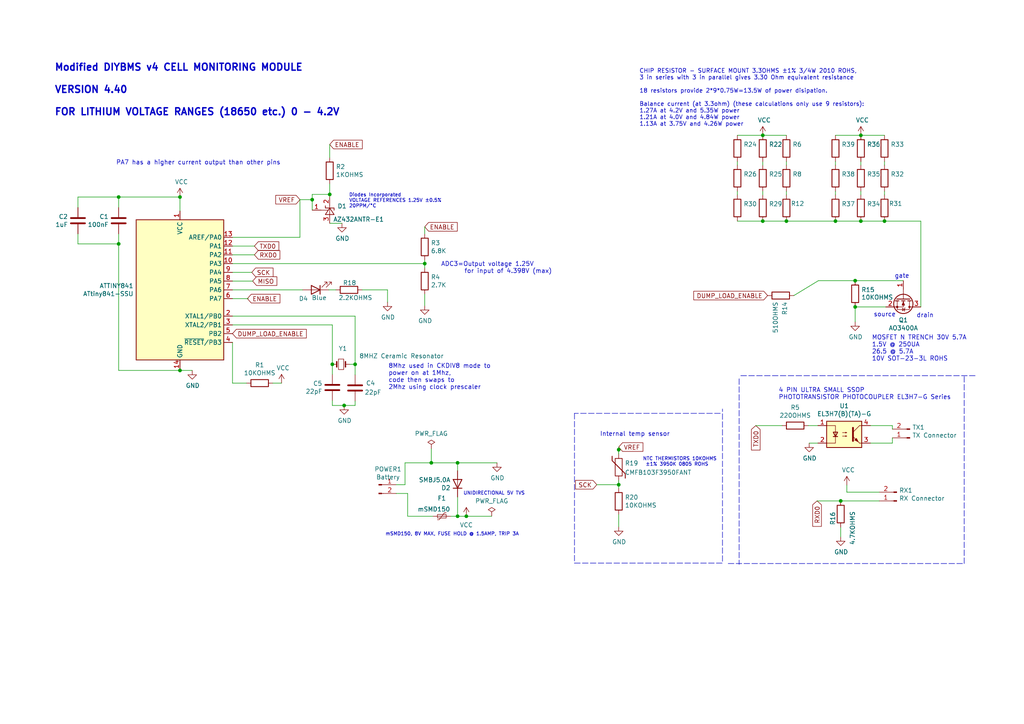
<source format=kicad_sch>
(kicad_sch (version 20211123) (generator eeschema)
  (paper "A4")
  (title_block (title "modified DIYBMS cell monitoring module") (date "2021-04-13") (company "VIP Aquabots"))
  (lib_symbols
    (symbol "Connector:Conn_01x02_Male" (pin_names (offset 1.016) hide)
      (property "Reference" "J" (at 0 2.54 0))
      (property "Value" "Conn_01x02_Male" (at 0 -5.08 0))
      (symbol "Conn_01x02_Male_1_1"
        (polyline (pts (xy 1.27 -2.54) (xy 0.8636 -2.54)) (stroke (width 0.1524)))
        (polyline (pts (xy 1.27 0) (xy 0.8636 0)) (stroke (width 0.1524)))
        (rectangle (start 0.8636 -2.413) (end 0 -2.667) (stroke (width 0.1524)) (fill (type outline)))
        (rectangle (start 0.8636 0.127) (end 0 -0.127) (stroke (width 0.1524)) (fill (type outline)))
        (pin passive line (at 5.08 0 180) (length 3.81) (name "Pin_1") (number "1"))
        (pin passive line (at 5.08 -2.54 180) (length 3.81) (name "Pin_2") (number "2"))
      )
    )
    (symbol "Device:C" (pin_numbers hide) (pin_names (offset 0.254))
      (property "Reference" "C" (at 0.635 2.54 0))
      (property "Value" "C" (at 0.635 -2.54 0))
      (symbol "C_0_1"
        (polyline (pts (xy -2.032 -0.762) (xy 2.032 -0.762)) (stroke (width 0.508)))
        (polyline (pts (xy -2.032 0.762) (xy 2.032 0.762)) (stroke (width 0.508)))
      )
      (symbol "C_1_1"
        (pin passive line (at 0 3.81 270) (length 2.794) (name "~") (number "1"))
        (pin passive line (at 0 -3.81 90) (length 2.794) (name "~") (number "2"))
      )
    )
    (symbol "Device:Crystal_Small" (pin_numbers hide) (pin_names (offset 1.016) hide)
      (property "Reference" "Y" (at 0 2.54 0))
      (property "Value" "Crystal_Small" (at 0 -2.54 0))
      (symbol "Crystal_Small_0_1"
        (rectangle (start -0.762 -1.524) (end 0.762 1.524))
        (polyline (pts (xy -1.27 -0.762) (xy -1.27 0.762)) (stroke (width 0.381)))
        (polyline (pts (xy 1.27 -0.762) (xy 1.27 0.762)) (stroke (width 0.381)))
      )
      (symbol "Crystal_Small_1_1"
        (pin passive line (at -2.54 0 0) (length 1.27) (name "1") (number "1"))
        (pin passive line (at 2.54 0 180) (length 1.27) (name "2") (number "2"))
      )
    )
    (symbol "Device:D" (pin_numbers hide) (pin_names (offset 1.016) hide)
      (property "Reference" "D" (at 0 2.54 0))
      (property "Value" "D" (at 0 -2.54 0))
      (symbol "D_0_1"
        (polyline (pts (xy -1.27 1.27) (xy -1.27 -1.27)) (stroke (width 0.254)))
        (polyline (pts (xy 1.27 0) (xy -1.27 0)))
        (polyline (pts (xy 1.27 1.27) (xy 1.27 -1.27) (xy -1.27 0) (xy 1.27 1.27)) (stroke (width 0.254)))
      )
      (symbol "D_1_1"
        (pin passive line (at -3.81 0 0) (length 2.54) (name "K") (number "1"))
        (pin passive line (at 3.81 0 180) (length 2.54) (name "A") (number "2"))
      )
    )
    (symbol "Device:LED" (pin_numbers hide) (pin_names (offset 1.016) hide)
      (property "Reference" "D" (at 0 2.54 0))
      (property "Value" "LED" (at 0 -2.54 0))
      (symbol "LED_0_1"
        (polyline (pts (xy -1.27 -1.27) (xy -1.27 1.27)) (stroke (width 0.254)))
        (polyline (pts (xy -1.27 0) (xy 1.27 0)))
        (polyline (pts (xy 1.27 -1.27) (xy 1.27 1.27) (xy -1.27 0) (xy 1.27 -1.27)) (stroke (width 0.254)))
        (polyline (pts (xy -3.048 -0.762) (xy -4.572 -2.286) (xy -3.81 -2.286) (xy -4.572 -2.286) (xy -4.572 -1.524)))
        (polyline (pts (xy -1.778 -0.762) (xy -3.302 -2.286) (xy -2.54 -2.286) (xy -3.302 -2.286) (xy -3.302 -1.524)))
      )
      (symbol "LED_1_1"
        (pin passive line (at -3.81 0 0) (length 2.54) (name "K") (number "1"))
        (pin passive line (at 3.81 0 180) (length 2.54) (name "A") (number "2"))
      )
    )
    (symbol "Device:Polyfuse_Small" (pin_numbers hide) (pin_names (offset 0))
      (property "Reference" "F" (at -1.905 0 90))
      (property "Value" "Polyfuse_Small" (at 1.905 0 90))
      (symbol "Polyfuse_Small_0_1"
        (rectangle (start -0.508 1.27) (end 0.508 -1.27))
        (polyline (pts (xy 0 2.54) (xy 0 -2.54)))
        (polyline (pts (xy -1.016 1.27) (xy -1.016 0.762) (xy 1.016 -0.762) (xy 1.016 -1.27)))
      )
      (symbol "Polyfuse_Small_1_1"
        (pin passive line (at 0 2.54 270) (length 0.635) (name "~") (number "1"))
        (pin passive line (at 0 -2.54 90) (length 0.635) (name "~") (number "2"))
      )
    )
    (symbol "Device:Q_NMOS_GSD" (pin_names (offset 0) hide)
      (property "Reference" "Q" (at 5.08 1.27 0))
      (property "Value" "Q_NMOS_GSD" (at 5.08 -1.27 0))
      (symbol "Q_NMOS_GSD_0_1"
        (polyline (pts (xy 0.254 0) (xy -2.54 0)))
        (polyline (pts (xy 0.254 1.905) (xy 0.254 -1.905)) (stroke (width 0.254)))
        (polyline (pts (xy 0.762 -1.27) (xy 0.762 -2.286)) (stroke (width 0.254)))
        (polyline (pts (xy 0.762 0.508) (xy 0.762 -0.508)) (stroke (width 0.254)))
        (polyline (pts (xy 0.762 2.286) (xy 0.762 1.27)) (stroke (width 0.254)))
        (polyline (pts (xy 2.54 2.54) (xy 2.54 1.778)))
        (polyline (pts (xy 2.54 -2.54) (xy 2.54 0) (xy 0.762 0)))
        (polyline (pts (xy 0.762 -1.778) (xy 3.302 -1.778) (xy 3.302 1.778) (xy 0.762 1.778)))
        (polyline (pts (xy 1.016 0) (xy 2.032 0.381) (xy 2.032 -0.381) (xy 1.016 0)) (fill (type outline)))
        (polyline (pts (xy 2.794 0.508) (xy 2.921 0.381) (xy 3.683 0.381) (xy 3.81 0.254)))
        (polyline (pts (xy 3.302 0.381) (xy 2.921 -0.254) (xy 3.683 -0.254) (xy 3.302 0.381)))
        (circle (center 1.651 0) (radius 2.794) (stroke (width 0.254)))
        (circle (center 2.54 -1.778) (radius 0.254) (fill (type outline)))
        (circle (center 2.54 1.778) (radius 0.254) (fill (type outline)))
      )
      (symbol "Q_NMOS_GSD_1_1"
        (pin input line (at -5.08 0 0) (length 2.54) (name "G") (number "1"))
        (pin passive line (at 2.54 -5.08 90) (length 2.54) (name "S") (number "2"))
        (pin passive line (at 2.54 5.08 270) (length 2.54) (name "D") (number "3"))
      )
    )
    (symbol "Device:R" (pin_numbers hide) (pin_names (offset 0))
      (property "Reference" "R" (at 2.032 0 90))
      (property "Value" "R" (at 0 0 90))
      (symbol "R_0_1"
        (rectangle (start -1.016 -2.54) (end 1.016 2.54) (stroke (width 0.254)))
      )
      (symbol "R_1_1"
        (pin passive line (at 0 3.81 270) (length 1.27) (name "~") (number "1"))
        (pin passive line (at 0 -3.81 90) (length 1.27) (name "~") (number "2"))
      )
    )
    (symbol "Device:Thermistor" (pin_numbers hide) (pin_names (offset 0))
      (property "Reference" "TH" (at 2.54 1.27 90))
      (property "Value" "Thermistor" (at -2.54 0 90))
      (symbol "Thermistor_0_1"
        (rectangle (start -1.016 2.54) (end 1.016 -2.54) (stroke (width 0.2032)))
        (polyline (pts (xy -1.905 3.175) (xy -1.905 1.905) (xy 1.905 -1.905) (xy 1.905 -3.175) (xy 1.905 -3.175)) (stroke (width 0.254)))
      )
      (symbol "Thermistor_1_1"
        (pin passive line (at 0 5.08 270) (length 2.54) (name "~") (number "1"))
        (pin passive line (at 0 -5.08 90) (length 2.54) (name "~") (number "2"))
      )
    )
    (symbol "Isolator:PC817" (pin_names (offset 1.016))
      (property "Reference" "U" (at -5.08 5.08 0))
      (property "Value" "PC817" (at 0 5.08 0))
      (symbol "PC817_0_1"
        (rectangle (start -5.08 3.81) (end 5.08 -3.81) (stroke (width 0.254)) (fill (type background)))
        (polyline (pts (xy -3.175 -0.635) (xy -1.905 -0.635)) (stroke (width 0.254)))
        (polyline (pts (xy 2.54 0.635) (xy 4.445 2.54)))
        (polyline (pts (xy 4.445 -2.54) (xy 2.54 -0.635)) (fill (type outline)))
        (polyline (pts (xy 4.445 -2.54) (xy 5.08 -2.54)))
        (polyline (pts (xy 4.445 2.54) (xy 5.08 2.54)))
        (polyline (pts (xy -5.08 2.54) (xy -2.54 2.54) (xy -2.54 -0.635)))
        (polyline (pts (xy -2.54 -0.635) (xy -2.54 -2.54) (xy -5.08 -2.54)))
        (polyline (pts (xy 2.54 1.905) (xy 2.54 -1.905) (xy 2.54 -1.905)) (stroke (width 0.508)))
        (polyline (pts (xy -2.54 -0.635) (xy -3.175 0.635) (xy -1.905 0.635) (xy -2.54 -0.635)) (stroke (width 0.254)))
        (polyline (pts (xy -0.508 -0.508) (xy 0.762 -0.508) (xy 0.381 -0.635) (xy 0.381 -0.381) (xy 0.762 -0.508)))
        (polyline (pts (xy -0.508 0.508) (xy 0.762 0.508) (xy 0.381 0.381) (xy 0.381 0.635) (xy 0.762 0.508)))
        (polyline (pts (xy 3.048 -1.651) (xy 3.556 -1.143) (xy 4.064 -2.159) (xy 3.048 -1.651) (xy 3.048 -1.651)) (fill (type outline)))
      )
      (symbol "PC817_1_1"
        (pin passive line (at -7.62 2.54 0) (length 2.54) (name "~") (number "1"))
        (pin passive line (at -7.62 -2.54 0) (length 2.54) (name "~") (number "2"))
        (pin passive line (at 7.62 -2.54 180) (length 2.54) (name "~") (number "3"))
        (pin passive line (at 7.62 2.54 180) (length 2.54) (name "~") (number "4"))
      )
    )
    (symbol "MCU_Microchip_ATtiny:ATtiny841-SSU"
      (property "Reference" "U" (at -12.7 21.59 0))
      (property "Value" "MCU_Microchip_ATtiny_ATtiny841-SSU" (at 2.54 -21.59 0))
      (symbol "ATtiny841-SSU_0_1"
        (rectangle (start -12.7 -20.32) (end 12.7 20.32) (stroke (width 0.254)) (fill (type background)))
      )
      (symbol "ATtiny841-SSU_1_1"
        (pin power_in line (at 0 22.86 270) (length 2.54) (name "VCC") (number "1"))
        (pin bidirectional line (at 15.24 7.62 180) (length 2.54) (name "PA3") (number "10"))
        (pin bidirectional line (at 15.24 10.16 180) (length 2.54) (name "PA2") (number "11"))
        (pin bidirectional line (at 15.24 12.7 180) (length 2.54) (name "PA1") (number "12"))
        (pin bidirectional line (at 15.24 15.24 180) (length 2.54) (name "AREF/PA0") (number "13"))
        (pin power_in line (at 0 -22.86 90) (length 2.54) (name "GND") (number "14"))
        (pin bidirectional line (at 15.24 -7.62 180) (length 2.54) (name "XTAL1/PB0") (number "2"))
        (pin bidirectional line (at 15.24 -10.16 180) (length 2.54) (name "XTAL2/PB1") (number "3"))
        (pin bidirectional line (at 15.24 -15.24 180) (length 2.54) (name "~{RESET}/PB3") (number "4"))
        (pin bidirectional line (at 15.24 -12.7 180) (length 2.54) (name "PB2") (number "5"))
        (pin bidirectional line (at 15.24 -2.54 180) (length 2.54) (name "PA7") (number "6"))
        (pin bidirectional line (at 15.24 0 180) (length 2.54) (name "PA6") (number "7"))
        (pin bidirectional line (at 15.24 2.54 180) (length 2.54) (name "PA5") (number "8"))
        (pin bidirectional line (at 15.24 5.08 180) (length 2.54) (name "PA4") (number "9"))
      )
    )
    (symbol "Reference_Voltage:LM385Z-ADJ" (pin_names (offset 0.0254) hide)
      (property "Reference" "U" (at 1.905 3.81 0))
      (property "Value" "LM385Z-ADJ" (at 0 -3.175 0))
      (symbol "LM385Z-ADJ_0_1"
        (polyline (pts (xy 0 2.54) (xy 0 0.381)))
        (polyline (pts (xy -1.27 0) (xy 0 0) (xy 1.27 0)))
        (polyline (pts (xy -1.27 -1.27) (xy 0.635 0) (xy -1.27 1.27) (xy -1.27 -1.27)) (stroke (width 0.2032)))
        (polyline (pts (xy 0 -1.27) (xy 0.635 -1.27) (xy 0.635 1.27) (xy 1.27 1.27)) (stroke (width 0.2032)))
      )
      (symbol "LM385Z-ADJ_1_1"
        (pin input line (at 0 5.08 270) (length 2.54) (name "FB") (number "1"))
        (pin passive line (at 3.81 0 180) (length 2.54) (name "K") (number "2"))
        (pin passive line (at -3.81 0 0) (length 2.54) (name "A") (number "3"))
      )
    )
    (symbol "power:GND" (power) (pin_names (offset 0))
      (property "Value" "GND" (at 0 -3.81 0))
      (symbol "GND_0_1"
        (polyline (pts (xy 0 0) (xy 0 -1.27) (xy 1.27 -1.27) (xy 0 -2.54) (xy -1.27 -1.27) (xy 0 -1.27)))
      )
      (symbol "GND_1_1"
        (pin power_in line (at 0 0 270) (length 0) hide (name "GND") (number "1"))
      )
    )
    (symbol "power:PWR_FLAG" (power) (pin_numbers hide) (pin_names (offset 0) hide)
      (property "Value" "PWR_FLAG" (at 0 3.81 0))
      (symbol "PWR_FLAG_0_0"
        (pin power_out line (at 0 0 90) (length 0) (name "pwr") (number "1"))
      )
      (symbol "PWR_FLAG_0_1"
        (polyline (pts (xy 0 0) (xy 0 1.27) (xy -1.016 1.905) (xy 0 2.54) (xy 1.016 1.905) (xy 0 1.27)))
      )
    )
    (symbol "power:VCC" (power) (pin_names (offset 0))
      (property "Value" "VCC" (at 0 3.81 0))
      (symbol "VCC_0_1"
        (polyline (pts (xy -0.762 1.27) (xy 0 2.54)))
        (polyline (pts (xy 0 0) (xy 0 2.54)))
        (polyline (pts (xy 0 2.54) (xy 0.762 1.27)))
      )
      (symbol "VCC_1_1"
        (pin power_in line (at 0 0 90) (length 0) hide (name "VCC") (number "1"))
      )
    )
  )
  (junction (at 95.631 56.388))
  (junction (at 135.255 149.733))
  (junction (at 221.234 39.243))
  (junction (at 249.682 64.135))
  (junction (at 99.822 117.602))
  (junction (at 52.197 57.15))
  (junction (at 34.417 57.15))
  (junction (at 228.092 64.135))
  (junction (at 242.316 64.135))
  (junction (at 179.451 140.589))
  (junction (at 249.682 39.243))
  (junction (at 90.551 57.912))
  (junction (at 179.451 130.429))
  (junction (at 102.997 105.664))
  (junction (at 256.54 64.135))
  (junction (at 125.095 134.239))
  (junction (at 221.234 64.135))
  (junction (at 243.84 145.288))
  (junction (at 248.031 81.407))
  (junction (at 34.417 70.739))
  (junction (at 52.197 107.442))
  (junction (at 132.715 134.239))
  (junction (at 96.393 105.664))
  (junction (at 132.715 149.733))
  (junction (at 248.031 89.027))
  (junction (at 123.19 76.454))
  (wire (pts (xy 243.84 145.288) (xy 255.016 145.288)))
  (wire (pts (xy 67.437 76.454) (xy 123.19 76.454)))
  (wire (pts (xy 123.19 88.646) (xy 123.19 85.344)))
  (wire (pts (xy 132.715 144.145) (xy 132.715 149.733)))
  (wire (pts (xy 101.473 105.664) (xy 102.997 105.664)))
  (wire (pts (xy 67.437 81.534) (xy 73.279 81.534)))
  (polyline (pts (xy 282.829 108.966) (xy 214.376 108.966)))
  (wire (pts (xy 114.935 143.129) (xy 118.237 143.129)))
  (wire (pts (xy 234.442 123.444) (xy 237.236 123.444)))
  (polyline (pts (xy 279.654 163.449) (xy 279.654 108.712)))
  (polyline (pts (xy 211.201 163.449) (xy 279.654 163.449)))
  (wire (pts (xy 117.475 134.239) (xy 125.095 134.239)))
  (wire (pts (xy 242.316 56.515) (xy 242.316 55.499)))
  (wire (pts (xy 237.363 81.407) (xy 248.031 81.407)))
  (wire (pts (xy 256.54 64.135) (xy 249.682 64.135)))
  (wire (pts (xy 67.437 94.234) (xy 96.393 94.234)))
  (wire (pts (xy 118.237 143.129) (xy 118.237 149.733)))
  (wire (pts (xy 258.826 128.524) (xy 258.826 127)))
  (wire (pts (xy 67.437 78.994) (xy 73.025 78.994)))
  (wire (pts (xy 87.757 84.074) (xy 67.437 84.074)))
  (wire (pts (xy 96.393 117.602) (xy 99.822 117.602)))
  (wire (pts (xy 95.631 41.91) (xy 95.631 45.72)))
  (wire (pts (xy 132.715 136.525) (xy 132.715 134.239)))
  (wire (pts (xy 22.606 70.739) (xy 34.417 70.739)))
  (wire (pts (xy 90.551 57.912) (xy 86.995 57.912)))
  (wire (pts (xy 55.753 107.442) (xy 52.197 107.442)))
  (wire (pts (xy 179.451 131.699) (xy 179.451 130.429)))
  (wire (pts (xy 102.997 105.664) (xy 102.997 108.712)))
  (wire (pts (xy 117.475 134.239) (xy 117.475 140.589)))
  (wire (pts (xy 95.631 57.15) (xy 95.631 56.388)))
  (wire (pts (xy 252.476 128.524) (xy 258.826 128.524)))
  (wire (pts (xy 213.868 46.863) (xy 213.868 47.879)))
  (wire (pts (xy 52.197 57.15) (xy 52.197 61.214)))
  (wire (pts (xy 130.683 149.733) (xy 132.715 149.733)))
  (wire (pts (xy 67.437 68.834) (xy 86.995 68.834)))
  (wire (pts (xy 249.682 39.243) (xy 256.54 39.243)))
  (wire (pts (xy 132.715 134.239) (xy 144.145 134.239)))
  (wire (pts (xy 245.618 142.748) (xy 245.618 140.716)))
  (wire (pts (xy 67.437 71.374) (xy 73.787 71.374)))
  (wire (pts (xy 95.631 56.388) (xy 95.631 53.34)))
  (wire (pts (xy 221.234 46.863) (xy 221.234 47.879)))
  (wire (pts (xy 249.682 46.863) (xy 249.682 47.879)))
  (wire (pts (xy 245.618 142.748) (xy 255.016 142.748)))
  (wire (pts (xy 79.121 111.125) (xy 81.661 111.125)))
  (wire (pts (xy 90.551 57.912) (xy 90.551 56.388)))
  (wire (pts (xy 249.682 56.515) (xy 249.682 55.499)))
  (wire (pts (xy 221.234 39.243) (xy 213.868 39.243)))
  (wire (pts (xy 102.997 116.332) (xy 102.997 117.602)))
  (wire (pts (xy 105.029 84.074) (xy 112.395 84.074)))
  (wire (pts (xy 249.682 39.243) (xy 242.316 39.243)))
  (wire (pts (xy 123.19 67.818) (xy 123.19 65.786)))
  (wire (pts (xy 256.54 56.515) (xy 256.54 55.499)))
  (wire (pts (xy 179.451 152.781) (xy 179.451 149.225)))
  (wire (pts (xy 123.19 77.724) (xy 123.19 76.454)))
  (wire (pts (xy 95.631 64.77) (xy 99.187 64.77)))
  (wire (pts (xy 243.84 152.908) (xy 243.84 155.702)))
  (wire (pts (xy 112.395 84.074) (xy 112.395 87.63)))
  (wire (pts (xy 132.715 134.239) (xy 125.095 134.239)))
  (wire (pts (xy 67.437 73.914) (xy 73.787 73.914)))
  (wire (pts (xy 179.451 140.589) (xy 179.451 141.605)))
  (wire (pts (xy 179.451 130.429) (xy 179.451 129.667)))
  (wire (pts (xy 179.451 139.319) (xy 179.451 140.589)))
  (wire (pts (xy 71.501 111.125) (xy 67.437 111.125)))
  (polyline (pts (xy 208.915 119.888) (xy 166.624 119.888)))
  (wire (pts (xy 236.982 145.288) (xy 243.84 145.288)))
  (wire (pts (xy 213.868 56.515) (xy 213.868 55.499)))
  (wire (pts (xy 114.935 140.589) (xy 117.475 140.589)))
  (wire (pts (xy 67.437 91.694) (xy 102.997 91.694)))
  (wire (pts (xy 34.417 67.818) (xy 34.417 70.739)))
  (wire (pts (xy 179.451 140.589) (xy 173.101 140.589)))
  (wire (pts (xy 267.081 64.135) (xy 267.081 89.027)))
  (wire (pts (xy 228.092 64.135) (xy 242.316 64.135)))
  (wire (pts (xy 132.715 149.733) (xy 135.255 149.733)))
  (polyline (pts (xy 166.624 119.888) (xy 166.624 163.322)))
  (wire (pts (xy 248.031 89.027) (xy 248.031 93.345)))
  (wire (pts (xy 258.826 123.444) (xy 258.826 124.46)))
  (wire (pts (xy 228.092 39.243) (xy 221.234 39.243)))
  (wire (pts (xy 237.363 81.407) (xy 230.251 85.725)))
  (wire (pts (xy 135.255 149.733) (xy 142.621 149.733)))
  (wire (pts (xy 226.822 123.444) (xy 219.202 123.444)))
  (wire (pts (xy 256.54 47.879) (xy 256.54 46.863)))
  (wire (pts (xy 95.377 84.074) (xy 97.409 84.074)))
  (polyline (pts (xy 214.376 109.855) (xy 214.376 163.703)))
  (wire (pts (xy 102.997 91.694) (xy 102.997 105.664)))
  (wire (pts (xy 242.316 64.135) (xy 249.682 64.135)))
  (wire (pts (xy 228.092 56.515) (xy 228.092 55.499)))
  (wire (pts (xy 86.995 57.912) (xy 86.995 68.834)))
  (wire (pts (xy 34.417 70.739) (xy 34.417 107.442)))
  (wire (pts (xy 96.393 105.664) (xy 96.393 108.585)))
  (wire (pts (xy 96.393 117.602) (xy 96.393 116.205)))
  (wire (pts (xy 67.437 86.614) (xy 72.009 86.614)))
  (wire (pts (xy 221.234 56.515) (xy 221.234 55.499)))
  (wire (pts (xy 52.197 57.15) (xy 34.417 57.15)))
  (polyline (pts (xy 166.624 163.322) (xy 209.677 163.322)))
  (wire (pts (xy 234.696 128.524) (xy 237.236 128.524)))
  (wire (pts (xy 22.606 60.198) (xy 22.606 57.15)))
  (wire (pts (xy 52.197 106.934) (xy 52.197 107.442)))
  (wire (pts (xy 90.551 56.388) (xy 95.631 56.388)))
  (wire (pts (xy 99.822 117.602) (xy 102.997 117.602)))
  (wire (pts (xy 125.095 134.239) (xy 125.095 130.175)))
  (wire (pts (xy 221.234 64.135) (xy 213.868 64.135)))
  (wire (pts (xy 34.417 57.15) (xy 34.417 60.198)))
  (wire (pts (xy 90.551 60.96) (xy 90.551 57.912)))
  (wire (pts (xy 22.606 57.15) (xy 34.417 57.15)))
  (wire (pts (xy 228.092 46.863) (xy 228.092 47.879)))
  (wire (pts (xy 252.476 123.444) (xy 258.826 123.444)))
  (wire (pts (xy 256.54 64.135) (xy 267.081 64.135)))
  (wire (pts (xy 22.606 67.818) (xy 22.606 70.739)))
  (wire (pts (xy 96.393 94.234) (xy 96.393 105.664)))
  (polyline (pts (xy 209.55 162.814) (xy 209.55 118.618)))
  (wire (pts (xy 118.237 149.733) (xy 125.603 149.733)))
  (wire (pts (xy 67.437 99.314) (xy 67.437 111.125)))
  (wire (pts (xy 256.921 89.027) (xy 248.031 89.027)))
  (wire (pts (xy 242.316 46.863) (xy 242.316 47.879)))
  (wire (pts (xy 221.234 64.135) (xy 228.092 64.135)))
  (wire (pts (xy 123.19 76.454) (xy 123.19 75.438)))
  (wire (pts (xy 262.001 81.407) (xy 248.031 81.407)))
  (wire (pts (xy 34.417 107.442) (xy 52.197 107.442)))
  (text "UNIDIRECTIONAL 5V TVS " (at 134.366 143.764 0) (effects (font (size 0.9906 0.9906)) (justify left bottom)))
  (text "Internal temp sensor" (at 173.99 126.746 0) (effects (font (size 1.27 1.27)) (justify left bottom)))
  (text "CHIP RESISTOR - SURFACE MOUNT 3.3OHMS ±1% 3/4W 2010 ROHS, \n3 in series with 3 in parallel gives 3.30 Ohm equivalent resistance\n\n18 resistors provide 2*9*0.75W=13.5W of power disipation.\n\nBalance current (at 3.3ohm) (these calculations only use 9 resistors):\n1.27A at 4.2V and 5.35W power\n1.21A at 4.0V and 4.84W power\n1.13A at 3.75V and 4.26W power\n\n\n" (at 185.42 40.64 0) (effects (font (size 1.1938 1.1938)) (justify left bottom)))
  (text "mSMD150, 8V MAX, FUSE HOLD @ 1.5AMP, TRIP 3A" (at 111.76 155.575 0) (effects (font (size 0.9906 0.9906)) (justify left bottom)))
  (text "Diodes Incorporated\nVOLTAGE REFERENCES 1.25V ±0.5% \n20PPM/°C" (at 101.219 60.452 0) (effects (font (size 0.9906 0.9906)) (justify left bottom)))
  (text "8Mhz used in CKDIV8 mode to \npower on at 1Mhz,\ncode then swaps to \n2Mhz using clock prescaler" (at 112.649 113.157 0) (effects (font (size 1.27 1.27)) (justify left bottom)))
  (text "NTC THERMISTORS 10KOHMS\n ±1% 3950K 0805 ROHS" (at 186.436 135.382 0) (effects (font (size 0.9906 0.9906)) (justify left bottom)))
  (text "ADC3=Output voltage 1.25V \n       for input of 4.398V (max)" (at 127.889 79.502 0) (effects (font (size 1.27 1.27)) (justify left bottom)))
  (text "gate" (at 259.461 80.899 0) (effects (font (size 1.27 1.27)) (justify left bottom)))
  (text "Modified DIYBMS v4 CELL MONITORING MODULE\n\nVERSION 4.40\n\nFOR LITHIUM VOLTAGE RANGES (18650 etc.) 0 - 4.2V" (at 15.748 33.782 0) (effects (font (size 2.0066 2.0066) (thickness 0.4013) bold) (justify left bottom)))
  (text "PA7 has a higher current output than other pins" (at 33.655 48.006 0) (effects (font (size 1.27 1.27)) (justify left bottom)))
  (text "source" (at 253.365 92.075 0) (effects (font (size 1.27 1.27)) (justify left bottom)))
  (text "4 PIN ULTRA SMALL SSOP\nPHOTOTRANSISTOR PHOTOCOUPLER EL3H7-G Series\n" (at 225.806 116.078 0) (effects (font (size 1.27 1.27)) (justify left bottom)))
  (text "MOSFET N TRENCH 30V 5.7A \n1.5V @ 250UA \n26.5 @ 5.7A\n10V SOT-23-3L ROHS" (at 252.857 104.902 0) (effects (font (size 1.27 1.27)) (justify left bottom)))
  (text "drain" (at 265.811 92.329 0) (effects (font (size 1.27 1.27)) (justify left bottom)))
  (global_label "ENABLE" (shape input) (at 71.755 86.614 0) (property "Intersheet References" "${INTERSHEET_REFS}" (effects hide)))
  (global_label "SCK" (shape input) (at 173.101 140.589 180) (property "Intersheet References" "${INTERSHEET_REFS}" (effects hide)))
  (global_label "RXD0" (shape input) (at 73.787 73.914 0) (property "Intersheet References" "${INTERSHEET_REFS}" (effects hide)))
  (global_label "DUMP_LOAD_ENABLE" (shape input) (at 67.437 96.774 0) (property "Intersheet References" "${INTERSHEET_REFS}" (effects hide)))
  (global_label "SCK" (shape input) (at 73.025 78.994 0) (property "Intersheet References" "${INTERSHEET_REFS}" (effects hide)))
  (global_label "MISO" (shape input) (at 73.279 81.534 0) (property "Intersheet References" "${INTERSHEET_REFS}" (effects hide)))
  (global_label "VREF" (shape input) (at 86.995 57.912 180) (property "Intersheet References" "${INTERSHEET_REFS}" (effects hide)))
  (global_label "TXD0" (shape input) (at 73.787 71.374 0) (property "Intersheet References" "${INTERSHEET_REFS}" (effects hide)))
  (global_label "ENABLE" (shape input) (at 95.631 41.91 0) (property "Intersheet References" "${INTERSHEET_REFS}" (effects hide)))
  (global_label "ENABLE" (shape input) (at 123.19 65.786 0) (property "Intersheet References" "${INTERSHEET_REFS}" (effects hide)))
  (global_label "VREF" (shape input) (at 179.451 129.667 0) (property "Intersheet References" "${INTERSHEET_REFS}" (effects hide)))
  (global_label "RXD0" (shape input) (at 236.982 145.288 270) (property "Intersheet References" "${INTERSHEET_REFS}" (effects hide)))
  (global_label "DUMP_LOAD_ENABLE" (shape input) (at 222.631 85.725 180) (property "Intersheet References" "${INTERSHEET_REFS}" (effects hide)))
  (global_label "TXD0" (shape input) (at 219.202 123.444 270) (property "Intersheet References" "${INTERSHEET_REFS}" (effects hide)))
  (symbol (lib_id "MCU_Microchip_ATtiny:ATtiny841-SSU") (at 52.197 84.074 0) (unit 1)
    (property "Reference" "ATTINY841" (at 38.735 82.9056 0) (effects (justify right)))
    (property "Value" "ATtiny841-SSU" (at 38.735 85.217 0) (effects (justify right)))
    (property "Footprint" "Package_SO:SOIC-14_3.9x8.7mm_P1.27mm" (effects hide))
    (property "Datasheet" "http://ww1.microchip.com/downloads/en/DeviceDoc/Atmel-8495-8-bit-AVR-Microcontrollers-ATtiny441-ATtiny841_Datasheet.pdf" (effects hide))
    (property "LCSCStockCode" "C219103" (effects hide))
  )
  (symbol (lib_id "Isolator:PC817") (at 244.856 125.984 0) (unit 1)
    (property "Reference" "U1" (at 244.856 117.729 0))
    (property "Value" "EL3H7(B)(TA)-G" (at 244.856 120.0404 0))
    (property "Footprint" "Package_SO:SOP-4_4.4x2.6mm_P1.27mm" (effects hide))
    (property "Datasheet" "https://datasheet.lcsc.com/szlcsc/Everlight-Elec-EL3H7-B-TA-G_C32565.pdf" (effects hide))
    (property "LCSCStockCode" "C32565" (effects hide))
    (property "PartNumber" "EL3H7(B)(TA)-G" (effects hide))
    (property "JLCPCBRotation" "90" (effects hide))
  )
  (symbol (lib_id "Connector:Conn_01x02_Male") (at 263.906 127 180) (unit 1)
    (property "Reference" "TX1" (at 264.5918 123.952 0) (effects (justify right)))
    (property "Value" "TX Connector" (at 264.5918 126.2634 0) (effects (justify right)))
    (property "Footprint" "Connector_JST:JST_PH_S2B-PH-K_1x02_P2.00mm_Horizontal" (effects hide))
    (property "Datasheet" "https://datasheet.lcsc.com/szlcsc/JST-Sales-America-S2B-PH-K-S-LF-SN_C173752.pdf" (effects hide))
    (property "LCSCStockCode" "C265016" (effects hide))
    (property "PartNumber" "S2B-PH-K(LF)(SN)" (effects hide))
  )
  (symbol (lib_id "Device:R") (at 230.632 123.444 270) (unit 1)
    (property "Reference" "R5" (at 230.632 118.1862 90))
    (property "Value" "220OHMS" (at 230.632 120.4976 90))
    (property "Footprint" "Resistor_SMD:R_0805_2012Metric" (effects hide))
    (property "LCSCStockCode" "C17557" (effects hide))
    (property "PartNumber" "0805W8F2200T5E" (effects hide))
  )
  (symbol (lib_id "power:GND") (at 234.696 128.524 0) (unit 1)
    (property "Reference" "#PWR0109" (effects hide))
    (property "Value" "GND" (at 234.823 132.9182 0))
  )
  (symbol (lib_id "Device:R") (at 228.092 43.053 0) (unit 1)
    (property "Reference" "R6" (at 229.87 41.8846 0) (effects (justify left)))
    (property "Value" "3.3OHM 3/4W" (effects hide))
    (property "Footprint" "Resistor_SMD:R_2010_5025Metric" (effects hide))
    (property "LCSCStockCode" "C270971" (effects hide))
    (property "PartNumber" "201007F330KT4E" (effects hide))
  )
  (symbol (lib_id "Device:R") (at 228.092 51.689 0) (unit 1)
    (property "Reference" "R8" (at 229.87 50.5206 0) (effects (justify left)))
    (property "Value" "3.3OHM 3/4W" (effects hide))
    (property "Footprint" "Resistor_SMD:R_2010_5025Metric" (effects hide))
    (property "LCSCStockCode" "C270971" (effects hide))
    (property "PartNumber" "201007F330KT4E" (effects hide))
  )
  (symbol (lib_id "Device:R") (at 228.092 60.325 0) (unit 1)
    (property "Reference" "R12" (at 229.362 59.055 0) (effects (justify left)))
    (property "Value" "3.3OHM 3/4W" (effects hide))
    (property "Footprint" "Resistor_SMD:R_2010_5025Metric" (effects hide))
    (property "LCSCStockCode" "C270971" (effects hide))
    (property "PartNumber" "201007F330KT4E" (effects hide))
  )
  (symbol (lib_id "Device:Q_NMOS_GSD") (at 262.001 86.487 270) (unit 1)
    (property "Reference" "Q1" (at 262.001 92.837 90))
    (property "Value" "AO3400A" (at 262.001 95.1484 90))
    (property "Footprint" "Package_TO_SOT_SMD:SOT-23" (effects hide))
    (property "Datasheet" "https://datasheet.lcsc.com/szlcsc/Alpha-Omega-Semicon-AOS-AO3400A_C20917.pdf" (effects hide))
    (property "LCSCStockCode" "C20917" (effects hide))
    (property "PartNumber" "AO3400A" (effects hide))
  )
  (symbol (lib_id "Device:R") (at 248.031 85.217 0) (unit 1)
    (property "Reference" "R15" (at 249.809 84.0486 0) (effects (justify left)))
    (property "Value" "10KOHMS" (at 249.809 86.233 0) (effects (justify left)))
    (property "Footprint" "Resistor_SMD:R_0805_2012Metric" (effects hide))
    (property "LCSCStockCode" "C17414" (effects hide))
    (property "PartNumber" "0805W8F1002T5E" (effects hide))
  )
  (symbol (lib_id "power:GND") (at 248.031 93.345 0) (unit 1)
    (property "Reference" "#PWR0110" (effects hide))
    (property "Value" "GND" (at 248.158 97.7392 0))
  )
  (symbol (lib_id "Device:Thermistor") (at 179.451 135.509 0) (unit 1)
    (property "Reference" "R19" (at 181.229 134.3406 0) (effects (justify left)))
    (property "Value" "CMFB103F3950FANT" (at 181.229 137.033 0) (effects (justify left)))
    (property "Footprint" "Resistor_SMD:R_0805_2012Metric" (effects hide))
    (property "Datasheet" "https://datasheet.lcsc.com/szlcsc/Guangdong-Fenghua-Advanced-Tech-CMFB103F3950FANT_C51597.pdf" (effects hide))
    (property "LCSCStockCode" "C51597" (effects hide))
    (property "PartNumber" "CMFB103F3950FANT" (effects hide))
  )
  (symbol (lib_id "Device:R") (at 179.451 145.415 0) (unit 1)
    (property "Reference" "R20" (at 181.229 144.2466 0) (effects (justify left)))
    (property "Value" "10KOHMS" (at 181.229 146.558 0) (effects (justify left)))
    (property "Footprint" "Resistor_SMD:R_0805_2012Metric" (effects hide))
    (property "LCSCStockCode" "C17414" (effects hide))
    (property "PartNumber" "0805W8F1002T5E" (effects hide))
  )
  (symbol (lib_id "power:GND") (at 179.451 152.781 0) (unit 1)
    (property "Reference" "#PWR0115" (effects hide))
    (property "Value" "GND" (at 179.578 157.1752 0))
  )
  (symbol (lib_id "power:VCC") (at 221.234 39.243 0) (unit 1)
    (property "Reference" "#PWR0111" (effects hide))
    (property "Value" "VCC" (at 221.6658 34.8488 0))
  )
  (symbol (lib_id "Connector:Conn_01x02_Male") (at 260.096 145.288 180) (unit 1)
    (property "Reference" "RX1" (at 260.7818 142.24 0) (effects (justify right)))
    (property "Value" "RX Connector" (at 260.7818 144.5514 0) (effects (justify right)))
    (property "Footprint" "Connector_JST:JST_PH_S2B-PH-K_1x02_P2.00mm_Horizontal" (effects hide))
    (property "Datasheet" "https://datasheet.lcsc.com/szlcsc/JST-Sales-America-S2B-PH-K-S-LF-SN_C173752.pdf" (effects hide))
    (property "LCSCStockCode" "C265016" (effects hide))
    (property "PartNumber" "S2B-PH-K(LF)(SN)" (effects hide))
  )
  (symbol (lib_id "power:VCC") (at 245.618 140.716 0) (unit 1)
    (property "Reference" "#PWR0112" (effects hide))
    (property "Value" "VCC" (at 246.0498 136.3218 0))
  )
  (symbol (lib_id "power:GND") (at 243.84 155.702 0) (unit 1)
    (property "Reference" "#PWR0113" (effects hide))
    (property "Value" "GND" (at 243.967 160.0962 0))
  )
  (symbol (lib_id "Device:R") (at 243.84 149.098 180) (unit 1)
    (property "Reference" "R16" (at 241.554 150.368 90))
    (property "Value" "4.7KOHMS" (at 247.269 153.162 90))
    (property "Footprint" "Resistor_SMD:R_0805_2012Metric" (effects hide))
    (property "LCSCStockCode" "C17673" (effects hide))
    (property "PartNumber" "0805W8F4701T5E" (effects hide))
    (property "JLCPCBRotation" "0" (effects hide))
  )
  (symbol (lib_id "Device:LED") (at 91.567 84.074 180) (unit 1)
    (property "Reference" "D4" (at 88.011 86.614 0))
    (property "Value" "Blue" (at 92.583 86.36 0))
    (property "Footprint" "LED_SMD:LED_0805_2012Metric" (effects hide))
    (property "Datasheet" "https://datasheet.lcsc.com/szlcsc/Hubei-KENTO-Elec-Green-0805-Iv-207-249-mcd-atIF-20mA_C2297.pdf" (effects hide))
    (property "LCSCStockCode" "C2293" (effects hide))
    (property "PartNumber" "Blue LED" (effects hide))
  )
  (symbol (lib_id "Device:R") (at 101.219 84.074 270) (unit 1)
    (property "Reference" "R18" (at 99.441 82.042 90) (effects (justify left)))
    (property "Value" "2.2KOHMS" (at 98.171 86.36 90) (effects (justify left)))
    (property "Footprint" "Resistor_SMD:R_0805_2012Metric" (effects hide))
    (property "LCSCStockCode" "C17520" (effects hide))
    (property "PartNumber" "0805W8F2201T5E" (effects hide))
    (property "JLCPCBRotation" "0" (effects hide))
  )
  (symbol (lib_id "power:GND") (at 112.395 87.63 0) (unit 1)
    (property "Reference" "#PWR0114" (effects hide))
    (property "Value" "GND" (at 112.522 92.0242 0))
  )
  (symbol (lib_id "Device:R") (at 226.441 85.725 270) (unit 1)
    (property "Reference" "R14" (at 227.6094 87.503 0) (effects (justify left)))
    (property "Value" "510OHMS" (at 224.917 87.503 0) (effects (justify left)))
    (property "Footprint" "Resistor_SMD:R_0805_2012Metric" (effects hide))
    (property "LCSCStockCode" "C17734" (effects hide))
    (property "PartNumber" "0805W8F5100T5E" (effects hide))
  )
  (symbol (lib_id "power:VCC") (at 135.255 149.733 0) (unit 1)
    (property "Reference" "#PWR0101" (effects hide))
    (property "Value" "VCC" (at 135.255 152.273 0))
  )
  (symbol (lib_id "power:GND") (at 144.145 134.239 0) (unit 1)
    (property "Reference" "#PWR0102" (effects hide))
    (property "Value" "GND" (at 144.272 138.6332 0))
  )
  (symbol (lib_id "power:PWR_FLAG") (at 125.095 130.175 0) (unit 1)
    (property "Reference" "#FLG0101" (effects hide))
    (property "Value" "PWR_FLAG" (at 125.095 125.7554 0))
  )
  (symbol (lib_id "power:PWR_FLAG") (at 142.621 149.733 0) (unit 1)
    (property "Reference" "#FLG0102" (effects hide))
    (property "Value" "PWR_FLAG" (at 142.621 145.3134 0))
  )
  (symbol (lib_id "Device:C") (at 34.417 64.008 0) (unit 1)
    (property "Reference" "C1" (at 31.5214 62.8396 0) (effects (justify right)))
    (property "Value" "100nF" (at 31.5214 65.151 0) (effects (justify right)))
    (property "Footprint" "Capacitor_SMD:C_0805_2012Metric" (effects hide))
    (property "LCSCStockCode" "C49678" (effects hide))
    (property "PartNumber" "CC0805KRX7R9BB104" (effects hide))
  )
  (symbol (lib_id "Connector:Conn_01x02_Male") (at 109.855 140.589 0) (unit 1)
    (property "Reference" "POWER1" (at 112.5474 136.0678 0))
    (property "Value" "Battery" (at 112.5474 138.3792 0))
    (property "Footprint" "Connector_JST:JST_PH_S2B-PH-K_1x02_P2.00mm_Horizontal" (effects hide))
    (property "Datasheet" "https://datasheet.lcsc.com/szlcsc/JST-Sales-America-S2B-PH-K-S-LF-SN_C173752.pdf" (effects hide))
    (property "LCSCStockCode" "C265016" (effects hide))
    (property "PartNumber" "S2B-PH-K(LF)(SN)" (effects hide))
  )
  (symbol (lib_id "Device:R") (at 75.311 111.125 270) (unit 1)
    (property "Reference" "R1" (at 75.311 105.8672 90))
    (property "Value" "10KOHMS" (at 75.311 108.1786 90))
    (property "Footprint" "Resistor_SMD:R_0805_2012Metric" (effects hide))
    (property "LCSCStockCode" "C17414" (effects hide))
    (property "PartNumber" "0805W8F1002T5E" (effects hide))
  )
  (symbol (lib_id "power:VCC") (at 81.661 111.125 0) (unit 1)
    (property "Reference" "#PWR01" (effects hide))
    (property "Value" "VCC" (at 82.0928 106.7308 0))
  )
  (symbol (lib_id "power:GND") (at 55.753 107.442 0) (unit 1)
    (property "Reference" "#PWR0105" (effects hide))
    (property "Value" "GND" (at 55.88 111.8362 0))
  )
  (symbol (lib_id "power:VCC") (at 52.197 57.15 0) (unit 1)
    (property "Reference" "#PWR0106" (effects hide))
    (property "Value" "VCC" (at 52.6288 52.7558 0))
  )
  (symbol (lib_id "Reference_Voltage:LM385Z-ADJ") (at 95.631 60.96 90) (unit 1)
    (property "Reference" "D1" (at 97.8662 59.7916 90) (effects (justify right)))
    (property "Value" "AZ432ANTR-E1" (at 96.647 63.627 90) (effects (justify right)))
    (property "Footprint" "Package_TO_SOT_SMD:SOT-23" (effects hide))
    (property "Datasheet" "https://datasheet.lcsc.com/szlcsc/Diodes-Incorporated-AZ432ANTR-E1_C84139.pdf" (effects hide))
    (property "LCSCStockCode" "C84139" (effects hide))
    (property "PartNumber" "AZ432ANTR-E1" (effects hide))
  )
  (symbol (lib_id "Device:R") (at 95.631 49.53 0) (unit 1)
    (property "Reference" "R2" (at 97.409 48.3616 0) (effects (justify left)))
    (property "Value" "1KOHMS" (at 97.409 50.673 0) (effects (justify left)))
    (property "Footprint" "Resistor_SMD:R_0805_2012Metric" (effects hide))
    (property "LCSCStockCode" "C17513" (effects hide))
    (property "PartNumber" "0805W8F1001T5E" (effects hide))
  )
  (symbol (lib_id "power:GND") (at 99.187 64.77 0) (unit 1)
    (property "Reference" "#PWR0107" (effects hide))
    (property "Value" "GND" (at 99.314 69.1642 0))
  )
  (symbol (lib_id "Device:R") (at 123.19 71.628 0) (unit 1)
    (property "Reference" "R3" (at 124.968 70.4596 0) (effects (justify left)))
    (property "Value" "6.8K" (at 124.968 72.771 0) (effects (justify left)))
    (property "Footprint" "Resistor_SMD:R_0805_2012Metric" (effects hide))
    (property "LCSCStockCode" "C17772" (effects hide))
    (property "PartNumber" "0805W8F6801T5E" (effects hide))
  )
  (symbol (lib_id "Device:R") (at 123.19 81.534 0) (unit 1)
    (property "Reference" "R4" (at 124.968 80.3656 0) (effects (justify left)))
    (property "Value" "2.7K" (at 124.968 82.677 0) (effects (justify left)))
    (property "Footprint" "Resistor_SMD:R_0805_2012Metric" (effects hide))
    (property "LCSCStockCode" "C17530" (effects hide))
    (property "PartNumber" "0805W8F2701T5E" (effects hide))
  )
  (symbol (lib_id "power:GND") (at 123.19 88.646 0) (unit 1)
    (property "Reference" "#PWR0108" (effects hide))
    (property "Value" "GND" (at 123.317 93.0402 0))
  )
  (symbol (lib_id "Device:R") (at 221.234 43.053 0) (unit 1)
    (property "Reference" "R22" (at 223.012 41.8846 0) (effects (justify left)))
    (property "Value" "3.3OHM 3/4W" (effects hide))
    (property "Footprint" "Resistor_SMD:R_2010_5025Metric" (effects hide))
    (property "LCSCStockCode" "C270971" (effects hide))
    (property "PartNumber" "201007F330KT4E" (effects hide))
  )
  (symbol (lib_id "Device:R") (at 221.234 51.689 0) (unit 1)
    (property "Reference" "R25" (at 223.012 50.5206 0) (effects (justify left)))
    (property "Value" "3.3OHM 3/4W" (effects hide))
    (property "Footprint" "Resistor_SMD:R_2010_5025Metric" (effects hide))
    (property "LCSCStockCode" "C270971" (effects hide))
    (property "PartNumber" "201007F330KT4E" (effects hide))
  )
  (symbol (lib_id "Device:R") (at 221.234 60.325 0) (unit 1)
    (property "Reference" "R29" (at 223.012 59.1566 0) (effects (justify left)))
    (property "Value" "3.3OHM 3/4W" (effects hide))
    (property "Footprint" "Resistor_SMD:R_2010_5025Metric" (effects hide))
    (property "LCSCStockCode" "C270971" (effects hide))
    (property "PartNumber" "201007F330KT4E" (effects hide))
  )
  (symbol (lib_id "Device:R") (at 213.868 43.053 0) (unit 1)
    (property "Reference" "R24" (at 215.646 41.8846 0) (effects (justify left)))
    (property "Value" "3.3OHM 3/4W" (effects hide))
    (property "Footprint" "Resistor_SMD:R_2010_5025Metric" (effects hide))
    (property "LCSCStockCode" "C270971" (effects hide))
    (property "PartNumber" "201007F330KT4E" (effects hide))
  )
  (symbol (lib_id "Device:R") (at 213.868 51.689 0) (unit 1)
    (property "Reference" "R26" (at 215.646 50.5206 0) (effects (justify left)))
    (property "Value" "3.3OHM 3/4W" (effects hide))
    (property "Footprint" "Resistor_SMD:R_2010_5025Metric" (effects hide))
    (property "LCSCStockCode" "C270971" (effects hide))
    (property "PartNumber" "201007F330KT4E" (effects hide))
  )
  (symbol (lib_id "Device:R") (at 213.868 60.325 0) (unit 1)
    (property "Reference" "R30" (at 215.646 59.1566 0) (effects (justify left)))
    (property "Value" "3.3OHM 3/4W" (effects hide))
    (property "Footprint" "Resistor_SMD:R_2010_5025Metric" (effects hide))
    (property "LCSCStockCode" "C270971" (effects hide))
    (property "PartNumber" "201007F330KT4E" (effects hide))
  )
  (symbol (lib_id "Device:Polyfuse_Small") (at 128.143 149.733 270) (unit 1)
    (property "Reference" "F1" (at 128.143 144.526 90))
    (property "Value" "mSMD150" (at 125.857 147.701 90))
    (property "Footprint" "Fuse:Fuse_1812_4532Metric" (effects hide))
    (property "Datasheet" "https://datasheet.lcsc.com/szlcsc/TECHFUSE-mSMD150_C70121.pdf" (effects hide))
    (property "LCSCStockCode" "C70121" (effects hide))
    (property "PartNumber" "mSMD150" (effects hide))
  )
  (symbol (lib_id "power:GND") (at 99.822 117.602 0) (unit 1)
    (property "Reference" "#PWR02" (effects hide))
    (property "Value" "GND" (at 99.949 121.9962 0))
  )
  (symbol (lib_id "Device:C") (at 102.997 112.522 0) (unit 1)
    (property "Reference" "C4" (at 108.839 111.125 0) (effects (justify right)))
    (property "Value" "22pF" (at 110.617 113.792 0) (effects (justify right)))
    (property "Footprint" "Capacitor_SMD:C_0805_2012Metric" (effects hide))
    (property "Datasheet" "https://datasheet.lcsc.com/szlcsc/Samsung-Electro-Mechanics-CL10C220JB8NNNC_C1653.pdf" (effects hide))
    (property "LCSCStockCode" "C1804" (effects hide))
    (property "PartNumber" "CL21C220JBANNNC" (effects hide))
  )
  (symbol (lib_id "Device:C") (at 96.393 112.395 0) (unit 1)
    (property "Reference" "C5" (at 93.4974 111.2266 0) (effects (justify right)))
    (property "Value" "22pF" (at 93.4974 113.538 0) (effects (justify right)))
    (property "Footprint" "Capacitor_SMD:C_0805_2012Metric" (effects hide))
    (property "Datasheet" "https://datasheet.lcsc.com/szlcsc/Samsung-Electro-Mechanics-CL10C220JB8NNNC_C1653.pdf" (effects hide))
    (property "LCSCStockCode" "C1804" (effects hide))
    (property "PartNumber" "CL21C220JBANNNC" (effects hide))
    (property "JLCPCBRotation" "0" (effects hide))
  )
  (symbol (lib_id "Device:Crystal_Small") (at 98.933 105.664 0) (unit 1)
    (property "Reference" "Y1" (at 99.441 101.092 0))
    (property "Value" "8MHZ Ceramic Resonator" (at 116.459 103.251 0))
    (property "Footprint" "Crystal:Crystal_SMD_5032-2Pin_5.0x3.2mm" (effects hide))
    (property "Datasheet" "https://datasheet.lcsc.com/szlcsc/1903061615_Yangxing-Tech-X50328MSB2GI_C115962.pdf" (effects hide))
    (property "LCSCStockCode" "C115962" (effects hide))
    (property "PartNumber" "X50328MSB2GI" (effects hide))
  )
  (symbol (lib_id "Device:D") (at 132.715 140.335 90) (unit 1)
    (property "Reference" "D2" (at 130.683 141.5034 90) (effects (justify left)))
    (property "Value" "SMBJ5.0A" (at 130.683 139.192 90) (effects (justify left)))
    (property "Footprint" "Diode_SMD:D_SMB" (effects hide))
    (property "Datasheet" "https://datasheet.lcsc.com/szlcsc/1912111437_AnBon-SMBJ5-0A_C440263.pdf" (effects hide))
    (property "LCSCStockCode" "C440263" (effects hide))
    (property "JLCPCBRotation" "0" (effects hide))
  )
  (symbol (lib_id "Device:C") (at 22.606 64.008 0) (unit 1)
    (property "Reference" "C2" (at 19.7104 62.8396 0) (effects (justify right)))
    (property "Value" "1uF" (at 19.7104 65.151 0) (effects (justify right)))
    (property "Footprint" "Capacitor_SMD:C_0805_2012Metric" (effects hide))
    (property "LCSCStockCode" "C28323" (effects hide))
    (property "PartNumber" "CL21B105KBFNNNE" (effects hide))
  )
  (symbol (lib_id "power:VCC") (at 249.682 39.243 0) (unit 1)
    (property "Reference" "#PWR0103" (effects hide))
    (property "Value" "VCC" (at 250.1138 34.8488 0))
  )
  (symbol (lib_id "Device:R") (at 242.316 60.325 0) (unit 1)
    (property "Reference" "R37" (at 244.094 59.1566 0) (effects (justify left)))
    (property "Value" "3.3OHM 3/4W" (effects hide))
    (property "Footprint" "Resistor_SMD:R_2010_5025Metric" (effects hide))
    (property "LCSCStockCode" "C270971" (effects hide))
    (property "PartNumber" "201007F330KT4E" (effects hide))
  )
  (symbol (lib_id "Device:R") (at 242.316 51.689 0) (unit 1)
    (property "Reference" "R38" (at 244.094 50.5206 0) (effects (justify left)))
    (property "Value" "3.3OHM 3/4W" (effects hide))
    (property "Footprint" "Resistor_SMD:R_2010_5025Metric" (effects hide))
    (property "LCSCStockCode" "C270971" (effects hide))
    (property "PartNumber" "201007F330KT4E" (effects hide))
  )
  (symbol (lib_id "Device:R") (at 242.316 43.053 0) (unit 1)
    (property "Reference" "R39" (at 244.094 41.8846 0) (effects (justify left)))
    (property "Value" "3.3OHM 3/4W" (effects hide))
    (property "Footprint" "Resistor_SMD:R_2010_5025Metric" (effects hide))
    (property "LCSCStockCode" "C270971" (effects hide))
    (property "PartNumber" "201007F330KT4E" (effects hide))
  )
  (symbol (lib_id "Device:R") (at 249.682 60.325 0) (unit 1)
    (property "Reference" "R34" (at 251.46 59.1566 0) (effects (justify left)))
    (property "Value" "3.3OHM 3/4W" (effects hide))
    (property "Footprint" "Resistor_SMD:R_2010_5025Metric" (effects hide))
    (property "LCSCStockCode" "C270971" (effects hide))
    (property "PartNumber" "201007F330KT4E" (effects hide))
  )
  (symbol (lib_id "Device:R") (at 249.682 43.053 0) (unit 1)
    (property "Reference" "R36" (at 251.46 41.8846 0) (effects (justify left)))
    (property "Value" "3.3OHM 3/4W" (effects hide))
    (property "Footprint" "Resistor_SMD:R_2010_5025Metric" (effects hide))
    (property "LCSCStockCode" "C270971" (effects hide))
    (property "PartNumber" "201007F330KT4E" (effects hide))
  )
  (symbol (lib_id "Device:R") (at 256.54 60.325 0) (unit 1)
    (property "Reference" "R31" (at 257.81 59.055 0) (effects (justify left)))
    (property "Value" "3.3OHM 3/4W" (effects hide))
    (property "Footprint" "Resistor_SMD:R_2010_5025Metric" (effects hide))
    (property "LCSCStockCode" "C270971" (effects hide))
    (property "PartNumber" "201007F330KT4E" (effects hide))
  )
  (symbol (lib_id "Device:R") (at 256.54 51.689 0) (unit 1)
    (property "Reference" "R32" (at 258.318 50.5206 0) (effects (justify left)))
    (property "Value" "3.3OHM 3/4W" (effects hide))
    (property "Footprint" "Resistor_SMD:R_2010_5025Metric" (effects hide))
    (property "LCSCStockCode" "C270971" (effects hide))
    (property "PartNumber" "201007F330KT4E" (effects hide))
  )
  (symbol (lib_id "Device:R") (at 256.54 43.053 0) (unit 1)
    (property "Reference" "R33" (at 258.318 41.8846 0) (effects (justify left)))
    (property "Value" "3.3OHM 3/4W" (effects hide))
    (property "Footprint" "Resistor_SMD:R_2010_5025Metric" (effects hide))
    (property "LCSCStockCode" "C270971" (effects hide))
    (property "PartNumber" "201007F330KT4E" (effects hide))
  )
  (symbol (lib_id "Device:R") (at 249.682 51.689 0) (unit 1)
    (property "Reference" "R35" (at 251.46 50.5206 0) (effects (justify left)))
    (property "Value" "3.3OHM 3/4W" (effects hide))
    (property "Footprint" "Resistor_SMD:R_2010_5025Metric" (effects hide))
    (property "LCSCStockCode" "C270971" (effects hide))
    (property "PartNumber" "201007F330KT4E" (effects hide))
  )
)
</source>
